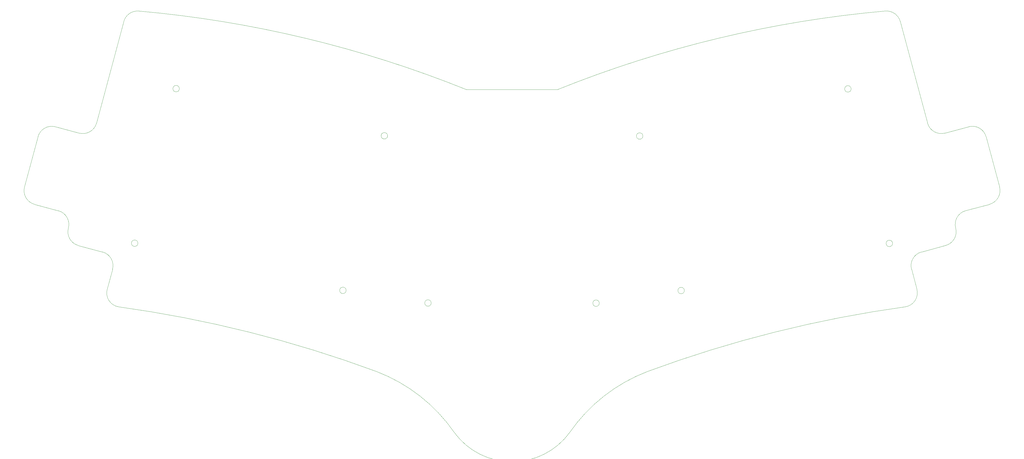
<source format=gm1>
G04 #@! TF.GenerationSoftware,KiCad,Pcbnew,8.0.2*
G04 #@! TF.CreationDate,2024-06-04T20:59:11+01:00*
G04 #@! TF.ProjectId,Ashwing66_baseplate,41736877-696e-4673-9636-5f6261736570,1*
G04 #@! TF.SameCoordinates,Original*
G04 #@! TF.FileFunction,Profile,NP*
%FSLAX46Y46*%
G04 Gerber Fmt 4.6, Leading zero omitted, Abs format (unit mm)*
G04 Created by KiCad (PCBNEW 8.0.2) date 2024-06-04 20:59:11*
%MOMM*%
%LPD*%
G01*
G04 APERTURE LIST*
G04 #@! TA.AperFunction,Profile*
%ADD10C,0.100000*%
G04 #@! TD*
G04 APERTURE END LIST*
D10*
X64030647Y-127131240D02*
G75*
G02*
X57808944Y-130723316I-4906847J1314740D01*
G01*
X57559482Y-170901821D02*
G75*
G02*
X53967319Y-164680107I1314918J4907021D01*
G01*
X382975375Y-156172190D02*
X374497129Y-158446109D01*
X348353612Y-170150977D02*
G75*
G02*
X346053492Y-170150977I-1150060J0D01*
G01*
X346053492Y-170150977D02*
G75*
G02*
X348353612Y-170150977I1150060J0D01*
G01*
X41897037Y-156184490D02*
G75*
G02*
X38304944Y-149962783I1314963J4906990D01*
G01*
X259173612Y-131760977D02*
G75*
G02*
X256873492Y-131760977I-1150060J0D01*
G01*
X256873492Y-131760977D02*
G75*
G02*
X259173612Y-131760977I1150060J0D01*
G01*
X164040147Y-215952232D02*
G75*
G02*
X191912523Y-237866079I-21253447J-55714868D01*
G01*
X78803552Y-170080917D02*
G75*
G02*
X76503432Y-170080917I-1150060J0D01*
G01*
X76503432Y-170080917D02*
G75*
G02*
X78803552Y-170080917I1150060J0D01*
G01*
X71847809Y-192820366D02*
G75*
G02*
X164040147Y-215952232I-59770929J-433500554D01*
G01*
X345800473Y-87077667D02*
G75*
G02*
X351126693Y-90853775I385927J-5100033D01*
G01*
X273983612Y-187000977D02*
G75*
G02*
X271683492Y-187000977I-1150060J0D01*
G01*
X271683492Y-187000977D02*
G75*
G02*
X273983612Y-187000977I1150060J0D01*
G01*
X153173552Y-186930917D02*
G75*
G02*
X150873432Y-186930917I-1150060J0D01*
G01*
X150873432Y-186930917D02*
G75*
G02*
X153173552Y-186930917I1150060J0D01*
G01*
X367312928Y-170889519D02*
X358725850Y-173190425D01*
X370905029Y-164667821D02*
G75*
G02*
X374497112Y-158446047I4906971J1314821D01*
G01*
X153173552Y-186930917D02*
G75*
G02*
X150873432Y-186930917I-1150060J0D01*
G01*
X150873432Y-186930917D02*
G75*
G02*
X153173552Y-186930917I1150060J0D01*
G01*
X79066631Y-87087667D02*
G75*
G02*
X196023553Y-115120916I-36110781J-408650393D01*
G01*
X355133738Y-179412122D02*
G75*
G02*
X358725830Y-173190351I4906962J1314822D01*
G01*
X50375279Y-158458413D02*
G75*
G02*
X53967325Y-164680109I-1314679J-4906787D01*
G01*
X357040207Y-186527135D02*
G75*
G02*
X353024614Y-192808145I-4876207J-1306665D01*
G01*
X66146560Y-173202726D02*
X57559482Y-170901821D01*
X386567470Y-149950479D02*
G75*
G02*
X382975382Y-156172215I-4906570J-1315021D01*
G01*
X260832262Y-215939933D02*
G75*
G02*
X353024600Y-192808061I151962938J-410367267D01*
G01*
X355133738Y-179412122D02*
X357040207Y-186527135D01*
X167983552Y-131680917D02*
G75*
G02*
X165683432Y-131680917I-1150060J0D01*
G01*
X165683432Y-131680917D02*
G75*
G02*
X167983552Y-131680917I1150060J0D01*
G01*
X67832207Y-186539437D02*
X69738671Y-179424426D01*
X38304942Y-149962782D02*
X43107903Y-132045597D01*
X71847809Y-192820366D02*
G75*
G02*
X67832220Y-186539440I860991J4974566D01*
G01*
X64030647Y-127131240D02*
X73745667Y-90866063D01*
X66146560Y-173202726D02*
G75*
G02*
X69738707Y-179424436I-1314860J-4906974D01*
G01*
X333553612Y-114910977D02*
G75*
G02*
X331253492Y-114910977I-1150060J0D01*
G01*
X331253492Y-114910977D02*
G75*
G02*
X333553612Y-114910977I1150060J0D01*
G01*
X370905029Y-164667821D02*
G75*
G02*
X367312914Y-170889466I-4907029J-1314679D01*
G01*
X351126744Y-90853761D02*
X360841765Y-127118938D01*
X375542807Y-128441193D02*
X367063474Y-130711034D01*
X153173552Y-186930917D02*
G75*
G02*
X150873432Y-186930917I-1150060J0D01*
G01*
X150873432Y-186930917D02*
G75*
G02*
X153173552Y-186930917I1150060J0D01*
G01*
X183563612Y-191450977D02*
G75*
G02*
X181263492Y-191450977I-1150060J0D01*
G01*
X181263492Y-191450977D02*
G75*
G02*
X183563612Y-191450977I1150060J0D01*
G01*
X50375279Y-158458413D02*
X41897037Y-156184490D01*
X57808939Y-130723334D02*
X49329603Y-128453498D01*
X232953116Y-237856083D02*
G75*
G02*
X260832259Y-215939924I49141084J-33821117D01*
G01*
X228843552Y-115110917D02*
X196023552Y-115120917D01*
X73745667Y-90866063D02*
G75*
G02*
X79071936Y-87089961I4940193J-1323787D01*
G01*
X367063474Y-130711034D02*
G75*
G02*
X360841750Y-127118942I-1314974J4906634D01*
G01*
X93603612Y-114830977D02*
G75*
G02*
X91303492Y-114830977I-1150060J0D01*
G01*
X91303492Y-114830977D02*
G75*
G02*
X93603612Y-114830977I1150060J0D01*
G01*
X375542807Y-128441193D02*
G75*
G02*
X381764537Y-132033291I1314993J-4906607D01*
G01*
X43107903Y-132045597D02*
G75*
G02*
X49329603Y-128453499I4906877J-1314763D01*
G01*
X381764511Y-132033298D02*
X386567470Y-149950479D01*
X232953116Y-237856083D02*
G75*
G02*
X191912525Y-237866077I-20523976J15107843D01*
G01*
X243593612Y-191520977D02*
G75*
G02*
X241293492Y-191520977I-1150060J0D01*
G01*
X241293492Y-191520977D02*
G75*
G02*
X243593612Y-191520977I1150060J0D01*
G01*
X228843552Y-115110917D02*
G75*
G02*
X345800474Y-87077680I153067648J-380617083D01*
G01*
X167973552Y-131680917D02*
G75*
G02*
X165673432Y-131680917I-1150060J0D01*
G01*
X165673432Y-131680917D02*
G75*
G02*
X167973552Y-131680917I1150060J0D01*
G01*
M02*

</source>
